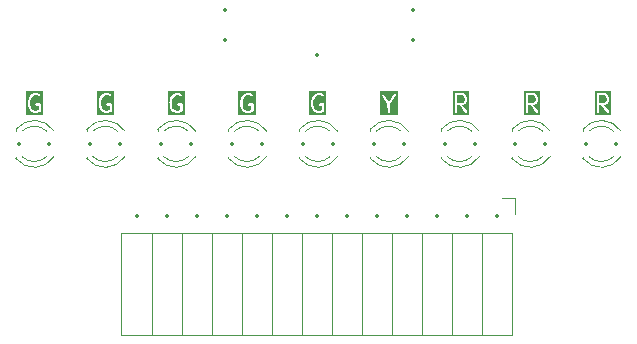
<source format=gto>
%TF.GenerationSoftware,KiCad,Pcbnew,8.0.1*%
%TF.CreationDate,2024-06-15T14:56:54+02:00*%
%TF.ProjectId,BMW E30 VFL SI Indicator V2,424d5720-4533-4302-9056-464c20534920,rev?*%
%TF.SameCoordinates,Original*%
%TF.FileFunction,Legend,Top*%
%TF.FilePolarity,Positive*%
%FSLAX46Y46*%
G04 Gerber Fmt 4.6, Leading zero omitted, Abs format (unit mm)*
G04 Created by KiCad (PCBNEW 8.0.1) date 2024-06-15 14:56:54*
%MOMM*%
%LPD*%
G01*
G04 APERTURE LIST*
%ADD10C,0.187500*%
%ADD11C,0.120000*%
%ADD12C,0.350000*%
G04 APERTURE END LIST*
D10*
G36*
X168761542Y-81452209D02*
G01*
X168812665Y-81501811D01*
X168869040Y-81611764D01*
X168870358Y-81782044D01*
X168817107Y-81891296D01*
X168767506Y-81942417D01*
X168657731Y-81998700D01*
X168464165Y-81999291D01*
X168460608Y-81998664D01*
X168457684Y-81999311D01*
X168198290Y-82000103D01*
X168197578Y-81400146D01*
X168651882Y-81398759D01*
X168761542Y-81452209D01*
G37*
G36*
X169223057Y-83067073D02*
G01*
X167845080Y-83067073D01*
X167845080Y-81306678D01*
X168011747Y-81306678D01*
X168013548Y-82824968D01*
X168027547Y-82858763D01*
X168053412Y-82884628D01*
X168087207Y-82898627D01*
X168123787Y-82898627D01*
X168157582Y-82884628D01*
X168183447Y-82858763D01*
X168197446Y-82824968D01*
X168199247Y-82806678D01*
X168198510Y-82185857D01*
X168413288Y-82185202D01*
X168897801Y-82874391D01*
X168928650Y-82894049D01*
X168964672Y-82900406D01*
X169000385Y-82892494D01*
X169030353Y-82871517D01*
X169050011Y-82840668D01*
X169056368Y-82804646D01*
X169048456Y-82768932D01*
X169039443Y-82752916D01*
X168639843Y-82184510D01*
X168662306Y-82184441D01*
X168665200Y-82185406D01*
X168679511Y-82184388D01*
X168695216Y-82184341D01*
X168698328Y-82183051D01*
X168701688Y-82182813D01*
X168718852Y-82176245D01*
X168860469Y-82103635D01*
X168871868Y-82098915D01*
X168875513Y-82095923D01*
X168877263Y-82095026D01*
X168878885Y-82093154D01*
X168886074Y-82087255D01*
X168956785Y-82014376D01*
X168965274Y-82007015D01*
X168967759Y-82003066D01*
X168969163Y-82001620D01*
X168970111Y-81999330D01*
X168975065Y-81991461D01*
X169038937Y-81860415D01*
X169040590Y-81858763D01*
X169045384Y-81847188D01*
X169053061Y-81831439D01*
X169053299Y-81828080D01*
X169054589Y-81824968D01*
X169056390Y-81806678D01*
X169054840Y-81606559D01*
X169055654Y-81604118D01*
X169054719Y-81590970D01*
X169054589Y-81574102D01*
X169053299Y-81570989D01*
X169053061Y-81567631D01*
X169046493Y-81550466D01*
X168973879Y-81408839D01*
X168969162Y-81397450D01*
X168966172Y-81393806D01*
X168965274Y-81392055D01*
X168963402Y-81390432D01*
X168957503Y-81383243D01*
X168884626Y-81312535D01*
X168877263Y-81304045D01*
X168873311Y-81301557D01*
X168871867Y-81300156D01*
X168869580Y-81299208D01*
X168861709Y-81294254D01*
X168730662Y-81230379D01*
X168729011Y-81228728D01*
X168717441Y-81223935D01*
X168701688Y-81216257D01*
X168698328Y-81216018D01*
X168695216Y-81214729D01*
X168676926Y-81212928D01*
X168087207Y-81214729D01*
X168053412Y-81228728D01*
X168027547Y-81254593D01*
X168013548Y-81288388D01*
X168011747Y-81306678D01*
X167845080Y-81306678D01*
X167845080Y-81046261D01*
X169223057Y-81046261D01*
X169223057Y-83067073D01*
G37*
G36*
X133123057Y-83067095D02*
G01*
X131673652Y-83067095D01*
X131673652Y-81949535D01*
X131840319Y-81949535D01*
X131841935Y-82158257D01*
X131840429Y-82168378D01*
X131842101Y-82179684D01*
X131842120Y-82182111D01*
X131842649Y-82183388D01*
X131843118Y-82186559D01*
X131914408Y-82464901D01*
X131915076Y-82474297D01*
X131920332Y-82488033D01*
X131920729Y-82489580D01*
X131921133Y-82490126D01*
X131921645Y-82491462D01*
X131994254Y-82633079D01*
X131998975Y-82644477D01*
X132001966Y-82648122D01*
X132002864Y-82649872D01*
X132004734Y-82651494D01*
X132010635Y-82658683D01*
X132144590Y-82790467D01*
X132145721Y-82792729D01*
X132155586Y-82801285D01*
X132167698Y-82813201D01*
X132170810Y-82814490D01*
X132173355Y-82816697D01*
X132190137Y-82824189D01*
X132403771Y-82893653D01*
X132415779Y-82898627D01*
X132420497Y-82899091D01*
X132422344Y-82899692D01*
X132424812Y-82899516D01*
X132434069Y-82900428D01*
X132576593Y-82898835D01*
X132588651Y-82899692D01*
X132593237Y-82898649D01*
X132595216Y-82898627D01*
X132597505Y-82897678D01*
X132606572Y-82895617D01*
X132806891Y-82827199D01*
X132809502Y-82827199D01*
X132821768Y-82822117D01*
X132837640Y-82816697D01*
X132840186Y-82814488D01*
X132843297Y-82813200D01*
X132857504Y-82801541D01*
X132940591Y-82715905D01*
X132954589Y-82682110D01*
X132956390Y-82663821D01*
X132954589Y-82145531D01*
X132940590Y-82111736D01*
X132914725Y-82085871D01*
X132880930Y-82071872D01*
X132862640Y-82070071D01*
X132558636Y-82071872D01*
X132524841Y-82085871D01*
X132498976Y-82111736D01*
X132484977Y-82145531D01*
X132484977Y-82182111D01*
X132498976Y-82215906D01*
X132524841Y-82241771D01*
X132558636Y-82255770D01*
X132576926Y-82257571D01*
X132769211Y-82256431D01*
X132770489Y-82624181D01*
X132742800Y-82652720D01*
X132566167Y-82713048D01*
X132453172Y-82714311D01*
X132272438Y-82655544D01*
X132155841Y-82540836D01*
X132095525Y-82423197D01*
X132027779Y-82158689D01*
X132026295Y-81967044D01*
X132090697Y-81702981D01*
X132150922Y-81579422D01*
X132267574Y-81460848D01*
X132444717Y-81400345D01*
X132623721Y-81398959D01*
X132766450Y-81468528D01*
X132802937Y-81471121D01*
X132837639Y-81459554D01*
X132865274Y-81435587D01*
X132881633Y-81402869D01*
X132884226Y-81366381D01*
X132872658Y-81331680D01*
X132848692Y-81304045D01*
X132833138Y-81294254D01*
X132702091Y-81230379D01*
X132700440Y-81228728D01*
X132688870Y-81223935D01*
X132673117Y-81216257D01*
X132669757Y-81216018D01*
X132666645Y-81214729D01*
X132648355Y-81212928D01*
X132435211Y-81214578D01*
X132422343Y-81213664D01*
X132417725Y-81214713D01*
X132415779Y-81214729D01*
X132413490Y-81215676D01*
X132404422Y-81217739D01*
X132204100Y-81286159D01*
X132201493Y-81286159D01*
X132189231Y-81291237D01*
X132173355Y-81296660D01*
X132170810Y-81298866D01*
X132167698Y-81300156D01*
X132153492Y-81311816D01*
X132012525Y-81455105D01*
X132002864Y-81463484D01*
X132000343Y-81467487D01*
X131998975Y-81468879D01*
X131998026Y-81471168D01*
X131993073Y-81479038D01*
X131925977Y-81616692D01*
X131920729Y-81623776D01*
X131915800Y-81637573D01*
X131915076Y-81639059D01*
X131915027Y-81639734D01*
X131914546Y-81641084D01*
X131846152Y-81921509D01*
X131842120Y-81931245D01*
X131840997Y-81942648D01*
X131840429Y-81944978D01*
X131840632Y-81946347D01*
X131840319Y-81949535D01*
X131673652Y-81949535D01*
X131673652Y-81046261D01*
X133123057Y-81046261D01*
X133123057Y-83067095D01*
G37*
G36*
X145123057Y-83067095D02*
G01*
X143673652Y-83067095D01*
X143673652Y-81949535D01*
X143840319Y-81949535D01*
X143841935Y-82158257D01*
X143840429Y-82168378D01*
X143842101Y-82179684D01*
X143842120Y-82182111D01*
X143842649Y-82183388D01*
X143843118Y-82186559D01*
X143914408Y-82464901D01*
X143915076Y-82474297D01*
X143920332Y-82488033D01*
X143920729Y-82489580D01*
X143921133Y-82490126D01*
X143921645Y-82491462D01*
X143994254Y-82633079D01*
X143998975Y-82644477D01*
X144001966Y-82648122D01*
X144002864Y-82649872D01*
X144004734Y-82651494D01*
X144010635Y-82658683D01*
X144144590Y-82790467D01*
X144145721Y-82792729D01*
X144155586Y-82801285D01*
X144167698Y-82813201D01*
X144170810Y-82814490D01*
X144173355Y-82816697D01*
X144190137Y-82824189D01*
X144403771Y-82893653D01*
X144415779Y-82898627D01*
X144420497Y-82899091D01*
X144422344Y-82899692D01*
X144424812Y-82899516D01*
X144434069Y-82900428D01*
X144576593Y-82898835D01*
X144588651Y-82899692D01*
X144593237Y-82898649D01*
X144595216Y-82898627D01*
X144597505Y-82897678D01*
X144606572Y-82895617D01*
X144806891Y-82827199D01*
X144809502Y-82827199D01*
X144821768Y-82822117D01*
X144837640Y-82816697D01*
X144840186Y-82814488D01*
X144843297Y-82813200D01*
X144857504Y-82801541D01*
X144940591Y-82715905D01*
X144954589Y-82682110D01*
X144956390Y-82663821D01*
X144954589Y-82145531D01*
X144940590Y-82111736D01*
X144914725Y-82085871D01*
X144880930Y-82071872D01*
X144862640Y-82070071D01*
X144558636Y-82071872D01*
X144524841Y-82085871D01*
X144498976Y-82111736D01*
X144484977Y-82145531D01*
X144484977Y-82182111D01*
X144498976Y-82215906D01*
X144524841Y-82241771D01*
X144558636Y-82255770D01*
X144576926Y-82257571D01*
X144769211Y-82256431D01*
X144770489Y-82624181D01*
X144742800Y-82652720D01*
X144566167Y-82713048D01*
X144453172Y-82714311D01*
X144272438Y-82655544D01*
X144155841Y-82540836D01*
X144095525Y-82423197D01*
X144027779Y-82158689D01*
X144026295Y-81967044D01*
X144090697Y-81702981D01*
X144150922Y-81579422D01*
X144267574Y-81460848D01*
X144444717Y-81400345D01*
X144623721Y-81398959D01*
X144766450Y-81468528D01*
X144802937Y-81471121D01*
X144837639Y-81459554D01*
X144865274Y-81435587D01*
X144881633Y-81402869D01*
X144884226Y-81366381D01*
X144872658Y-81331680D01*
X144848692Y-81304045D01*
X144833138Y-81294254D01*
X144702091Y-81230379D01*
X144700440Y-81228728D01*
X144688870Y-81223935D01*
X144673117Y-81216257D01*
X144669757Y-81216018D01*
X144666645Y-81214729D01*
X144648355Y-81212928D01*
X144435211Y-81214578D01*
X144422343Y-81213664D01*
X144417725Y-81214713D01*
X144415779Y-81214729D01*
X144413490Y-81215676D01*
X144404422Y-81217739D01*
X144204100Y-81286159D01*
X144201493Y-81286159D01*
X144189231Y-81291237D01*
X144173355Y-81296660D01*
X144170810Y-81298866D01*
X144167698Y-81300156D01*
X144153492Y-81311816D01*
X144012525Y-81455105D01*
X144002864Y-81463484D01*
X144000343Y-81467487D01*
X143998975Y-81468879D01*
X143998026Y-81471168D01*
X143993073Y-81479038D01*
X143925977Y-81616692D01*
X143920729Y-81623776D01*
X143915800Y-81637573D01*
X143915076Y-81639059D01*
X143915027Y-81639734D01*
X143914546Y-81641084D01*
X143846152Y-81921509D01*
X143842120Y-81931245D01*
X143840997Y-81942648D01*
X143840429Y-81944978D01*
X143840632Y-81946347D01*
X143840319Y-81949535D01*
X143673652Y-81949535D01*
X143673652Y-81046261D01*
X145123057Y-81046261D01*
X145123057Y-83067095D01*
G37*
G36*
X139123057Y-83067095D02*
G01*
X137673652Y-83067095D01*
X137673652Y-81949535D01*
X137840319Y-81949535D01*
X137841935Y-82158257D01*
X137840429Y-82168378D01*
X137842101Y-82179684D01*
X137842120Y-82182111D01*
X137842649Y-82183388D01*
X137843118Y-82186559D01*
X137914408Y-82464901D01*
X137915076Y-82474297D01*
X137920332Y-82488033D01*
X137920729Y-82489580D01*
X137921133Y-82490126D01*
X137921645Y-82491462D01*
X137994254Y-82633079D01*
X137998975Y-82644477D01*
X138001966Y-82648122D01*
X138002864Y-82649872D01*
X138004734Y-82651494D01*
X138010635Y-82658683D01*
X138144590Y-82790467D01*
X138145721Y-82792729D01*
X138155586Y-82801285D01*
X138167698Y-82813201D01*
X138170810Y-82814490D01*
X138173355Y-82816697D01*
X138190137Y-82824189D01*
X138403771Y-82893653D01*
X138415779Y-82898627D01*
X138420497Y-82899091D01*
X138422344Y-82899692D01*
X138424812Y-82899516D01*
X138434069Y-82900428D01*
X138576593Y-82898835D01*
X138588651Y-82899692D01*
X138593237Y-82898649D01*
X138595216Y-82898627D01*
X138597505Y-82897678D01*
X138606572Y-82895617D01*
X138806891Y-82827199D01*
X138809502Y-82827199D01*
X138821768Y-82822117D01*
X138837640Y-82816697D01*
X138840186Y-82814488D01*
X138843297Y-82813200D01*
X138857504Y-82801541D01*
X138940591Y-82715905D01*
X138954589Y-82682110D01*
X138956390Y-82663821D01*
X138954589Y-82145531D01*
X138940590Y-82111736D01*
X138914725Y-82085871D01*
X138880930Y-82071872D01*
X138862640Y-82070071D01*
X138558636Y-82071872D01*
X138524841Y-82085871D01*
X138498976Y-82111736D01*
X138484977Y-82145531D01*
X138484977Y-82182111D01*
X138498976Y-82215906D01*
X138524841Y-82241771D01*
X138558636Y-82255770D01*
X138576926Y-82257571D01*
X138769211Y-82256431D01*
X138770489Y-82624181D01*
X138742800Y-82652720D01*
X138566167Y-82713048D01*
X138453172Y-82714311D01*
X138272438Y-82655544D01*
X138155841Y-82540836D01*
X138095525Y-82423197D01*
X138027779Y-82158689D01*
X138026295Y-81967044D01*
X138090697Y-81702981D01*
X138150922Y-81579422D01*
X138267574Y-81460848D01*
X138444717Y-81400345D01*
X138623721Y-81398959D01*
X138766450Y-81468528D01*
X138802937Y-81471121D01*
X138837639Y-81459554D01*
X138865274Y-81435587D01*
X138881633Y-81402869D01*
X138884226Y-81366381D01*
X138872658Y-81331680D01*
X138848692Y-81304045D01*
X138833138Y-81294254D01*
X138702091Y-81230379D01*
X138700440Y-81228728D01*
X138688870Y-81223935D01*
X138673117Y-81216257D01*
X138669757Y-81216018D01*
X138666645Y-81214729D01*
X138648355Y-81212928D01*
X138435211Y-81214578D01*
X138422343Y-81213664D01*
X138417725Y-81214713D01*
X138415779Y-81214729D01*
X138413490Y-81215676D01*
X138404422Y-81217739D01*
X138204100Y-81286159D01*
X138201493Y-81286159D01*
X138189231Y-81291237D01*
X138173355Y-81296660D01*
X138170810Y-81298866D01*
X138167698Y-81300156D01*
X138153492Y-81311816D01*
X138012525Y-81455105D01*
X138002864Y-81463484D01*
X138000343Y-81467487D01*
X137998975Y-81468879D01*
X137998026Y-81471168D01*
X137993073Y-81479038D01*
X137925977Y-81616692D01*
X137920729Y-81623776D01*
X137915800Y-81637573D01*
X137915076Y-81639059D01*
X137915027Y-81639734D01*
X137914546Y-81641084D01*
X137846152Y-81921509D01*
X137842120Y-81931245D01*
X137840997Y-81942648D01*
X137840429Y-81944978D01*
X137840632Y-81946347D01*
X137840319Y-81949535D01*
X137673652Y-81949535D01*
X137673652Y-81046261D01*
X139123057Y-81046261D01*
X139123057Y-83067095D01*
G37*
G36*
X151123057Y-83067095D02*
G01*
X149673652Y-83067095D01*
X149673652Y-81949535D01*
X149840319Y-81949535D01*
X149841935Y-82158257D01*
X149840429Y-82168378D01*
X149842101Y-82179684D01*
X149842120Y-82182111D01*
X149842649Y-82183388D01*
X149843118Y-82186559D01*
X149914408Y-82464901D01*
X149915076Y-82474297D01*
X149920332Y-82488033D01*
X149920729Y-82489580D01*
X149921133Y-82490126D01*
X149921645Y-82491462D01*
X149994254Y-82633079D01*
X149998975Y-82644477D01*
X150001966Y-82648122D01*
X150002864Y-82649872D01*
X150004734Y-82651494D01*
X150010635Y-82658683D01*
X150144590Y-82790467D01*
X150145721Y-82792729D01*
X150155586Y-82801285D01*
X150167698Y-82813201D01*
X150170810Y-82814490D01*
X150173355Y-82816697D01*
X150190137Y-82824189D01*
X150403771Y-82893653D01*
X150415779Y-82898627D01*
X150420497Y-82899091D01*
X150422344Y-82899692D01*
X150424812Y-82899516D01*
X150434069Y-82900428D01*
X150576593Y-82898835D01*
X150588651Y-82899692D01*
X150593237Y-82898649D01*
X150595216Y-82898627D01*
X150597505Y-82897678D01*
X150606572Y-82895617D01*
X150806891Y-82827199D01*
X150809502Y-82827199D01*
X150821768Y-82822117D01*
X150837640Y-82816697D01*
X150840186Y-82814488D01*
X150843297Y-82813200D01*
X150857504Y-82801541D01*
X150940591Y-82715905D01*
X150954589Y-82682110D01*
X150956390Y-82663821D01*
X150954589Y-82145531D01*
X150940590Y-82111736D01*
X150914725Y-82085871D01*
X150880930Y-82071872D01*
X150862640Y-82070071D01*
X150558636Y-82071872D01*
X150524841Y-82085871D01*
X150498976Y-82111736D01*
X150484977Y-82145531D01*
X150484977Y-82182111D01*
X150498976Y-82215906D01*
X150524841Y-82241771D01*
X150558636Y-82255770D01*
X150576926Y-82257571D01*
X150769211Y-82256431D01*
X150770489Y-82624181D01*
X150742800Y-82652720D01*
X150566167Y-82713048D01*
X150453172Y-82714311D01*
X150272438Y-82655544D01*
X150155841Y-82540836D01*
X150095525Y-82423197D01*
X150027779Y-82158689D01*
X150026295Y-81967044D01*
X150090697Y-81702981D01*
X150150922Y-81579422D01*
X150267574Y-81460848D01*
X150444717Y-81400345D01*
X150623721Y-81398959D01*
X150766450Y-81468528D01*
X150802937Y-81471121D01*
X150837639Y-81459554D01*
X150865274Y-81435587D01*
X150881633Y-81402869D01*
X150884226Y-81366381D01*
X150872658Y-81331680D01*
X150848692Y-81304045D01*
X150833138Y-81294254D01*
X150702091Y-81230379D01*
X150700440Y-81228728D01*
X150688870Y-81223935D01*
X150673117Y-81216257D01*
X150669757Y-81216018D01*
X150666645Y-81214729D01*
X150648355Y-81212928D01*
X150435211Y-81214578D01*
X150422343Y-81213664D01*
X150417725Y-81214713D01*
X150415779Y-81214729D01*
X150413490Y-81215676D01*
X150404422Y-81217739D01*
X150204100Y-81286159D01*
X150201493Y-81286159D01*
X150189231Y-81291237D01*
X150173355Y-81296660D01*
X150170810Y-81298866D01*
X150167698Y-81300156D01*
X150153492Y-81311816D01*
X150012525Y-81455105D01*
X150002864Y-81463484D01*
X150000343Y-81467487D01*
X149998975Y-81468879D01*
X149998026Y-81471168D01*
X149993073Y-81479038D01*
X149925977Y-81616692D01*
X149920729Y-81623776D01*
X149915800Y-81637573D01*
X149915076Y-81639059D01*
X149915027Y-81639734D01*
X149914546Y-81641084D01*
X149846152Y-81921509D01*
X149842120Y-81931245D01*
X149840997Y-81942648D01*
X149840429Y-81944978D01*
X149840632Y-81946347D01*
X149840319Y-81949535D01*
X149673652Y-81949535D01*
X149673652Y-81046261D01*
X151123057Y-81046261D01*
X151123057Y-83067095D01*
G37*
G36*
X157151605Y-83065294D02*
G01*
X155630818Y-83065294D01*
X155630818Y-81304585D01*
X155797485Y-81304585D01*
X155803819Y-81340613D01*
X155812119Y-81357010D01*
X156297521Y-82116601D01*
X156299263Y-82824968D01*
X156313262Y-82858763D01*
X156339127Y-82884628D01*
X156372922Y-82898627D01*
X156409502Y-82898627D01*
X156443297Y-82884628D01*
X156469162Y-82858763D01*
X156483161Y-82824968D01*
X156484962Y-82806678D01*
X156483279Y-82122250D01*
X156978605Y-81340613D01*
X156984938Y-81304586D01*
X156977003Y-81268878D01*
X156956008Y-81238924D01*
X156925146Y-81219285D01*
X156889119Y-81212952D01*
X156853412Y-81220887D01*
X156823457Y-81241883D01*
X156812119Y-81256346D01*
X156391930Y-81919414D01*
X155958966Y-81241882D01*
X155929012Y-81220886D01*
X155893305Y-81212951D01*
X155857277Y-81219285D01*
X155826416Y-81238924D01*
X155805420Y-81268878D01*
X155797485Y-81304585D01*
X155630818Y-81304585D01*
X155630818Y-81046284D01*
X157151605Y-81046284D01*
X157151605Y-83065294D01*
G37*
G36*
X174761542Y-81452209D02*
G01*
X174812665Y-81501811D01*
X174869040Y-81611764D01*
X174870358Y-81782044D01*
X174817107Y-81891296D01*
X174767506Y-81942417D01*
X174657731Y-81998700D01*
X174464165Y-81999291D01*
X174460608Y-81998664D01*
X174457684Y-81999311D01*
X174198290Y-82000103D01*
X174197578Y-81400146D01*
X174651882Y-81398759D01*
X174761542Y-81452209D01*
G37*
G36*
X175223057Y-83067073D02*
G01*
X173845080Y-83067073D01*
X173845080Y-81306678D01*
X174011747Y-81306678D01*
X174013548Y-82824968D01*
X174027547Y-82858763D01*
X174053412Y-82884628D01*
X174087207Y-82898627D01*
X174123787Y-82898627D01*
X174157582Y-82884628D01*
X174183447Y-82858763D01*
X174197446Y-82824968D01*
X174199247Y-82806678D01*
X174198510Y-82185857D01*
X174413288Y-82185202D01*
X174897801Y-82874391D01*
X174928650Y-82894049D01*
X174964672Y-82900406D01*
X175000385Y-82892494D01*
X175030353Y-82871517D01*
X175050011Y-82840668D01*
X175056368Y-82804646D01*
X175048456Y-82768932D01*
X175039443Y-82752916D01*
X174639843Y-82184510D01*
X174662306Y-82184441D01*
X174665200Y-82185406D01*
X174679511Y-82184388D01*
X174695216Y-82184341D01*
X174698328Y-82183051D01*
X174701688Y-82182813D01*
X174718852Y-82176245D01*
X174860469Y-82103635D01*
X174871868Y-82098915D01*
X174875513Y-82095923D01*
X174877263Y-82095026D01*
X174878885Y-82093154D01*
X174886074Y-82087255D01*
X174956785Y-82014376D01*
X174965274Y-82007015D01*
X174967759Y-82003066D01*
X174969163Y-82001620D01*
X174970111Y-81999330D01*
X174975065Y-81991461D01*
X175038937Y-81860415D01*
X175040590Y-81858763D01*
X175045384Y-81847188D01*
X175053061Y-81831439D01*
X175053299Y-81828080D01*
X175054589Y-81824968D01*
X175056390Y-81806678D01*
X175054840Y-81606559D01*
X175055654Y-81604118D01*
X175054719Y-81590970D01*
X175054589Y-81574102D01*
X175053299Y-81570989D01*
X175053061Y-81567631D01*
X175046493Y-81550466D01*
X174973879Y-81408839D01*
X174969162Y-81397450D01*
X174966172Y-81393806D01*
X174965274Y-81392055D01*
X174963402Y-81390432D01*
X174957503Y-81383243D01*
X174884626Y-81312535D01*
X174877263Y-81304045D01*
X174873311Y-81301557D01*
X174871867Y-81300156D01*
X174869580Y-81299208D01*
X174861709Y-81294254D01*
X174730662Y-81230379D01*
X174729011Y-81228728D01*
X174717441Y-81223935D01*
X174701688Y-81216257D01*
X174698328Y-81216018D01*
X174695216Y-81214729D01*
X174676926Y-81212928D01*
X174087207Y-81214729D01*
X174053412Y-81228728D01*
X174027547Y-81254593D01*
X174013548Y-81288388D01*
X174011747Y-81306678D01*
X173845080Y-81306678D01*
X173845080Y-81046261D01*
X175223057Y-81046261D01*
X175223057Y-83067073D01*
G37*
G36*
X127123057Y-83067095D02*
G01*
X125673652Y-83067095D01*
X125673652Y-81949535D01*
X125840319Y-81949535D01*
X125841935Y-82158257D01*
X125840429Y-82168378D01*
X125842101Y-82179684D01*
X125842120Y-82182111D01*
X125842649Y-82183388D01*
X125843118Y-82186559D01*
X125914408Y-82464901D01*
X125915076Y-82474297D01*
X125920332Y-82488033D01*
X125920729Y-82489580D01*
X125921133Y-82490126D01*
X125921645Y-82491462D01*
X125994254Y-82633079D01*
X125998975Y-82644477D01*
X126001966Y-82648122D01*
X126002864Y-82649872D01*
X126004734Y-82651494D01*
X126010635Y-82658683D01*
X126144590Y-82790467D01*
X126145721Y-82792729D01*
X126155586Y-82801285D01*
X126167698Y-82813201D01*
X126170810Y-82814490D01*
X126173355Y-82816697D01*
X126190137Y-82824189D01*
X126403771Y-82893653D01*
X126415779Y-82898627D01*
X126420497Y-82899091D01*
X126422344Y-82899692D01*
X126424812Y-82899516D01*
X126434069Y-82900428D01*
X126576593Y-82898835D01*
X126588651Y-82899692D01*
X126593237Y-82898649D01*
X126595216Y-82898627D01*
X126597505Y-82897678D01*
X126606572Y-82895617D01*
X126806891Y-82827199D01*
X126809502Y-82827199D01*
X126821768Y-82822117D01*
X126837640Y-82816697D01*
X126840186Y-82814488D01*
X126843297Y-82813200D01*
X126857504Y-82801541D01*
X126940591Y-82715905D01*
X126954589Y-82682110D01*
X126956390Y-82663821D01*
X126954589Y-82145531D01*
X126940590Y-82111736D01*
X126914725Y-82085871D01*
X126880930Y-82071872D01*
X126862640Y-82070071D01*
X126558636Y-82071872D01*
X126524841Y-82085871D01*
X126498976Y-82111736D01*
X126484977Y-82145531D01*
X126484977Y-82182111D01*
X126498976Y-82215906D01*
X126524841Y-82241771D01*
X126558636Y-82255770D01*
X126576926Y-82257571D01*
X126769211Y-82256431D01*
X126770489Y-82624181D01*
X126742800Y-82652720D01*
X126566167Y-82713048D01*
X126453172Y-82714311D01*
X126272438Y-82655544D01*
X126155841Y-82540836D01*
X126095525Y-82423197D01*
X126027779Y-82158689D01*
X126026295Y-81967044D01*
X126090697Y-81702981D01*
X126150922Y-81579422D01*
X126267574Y-81460848D01*
X126444717Y-81400345D01*
X126623721Y-81398959D01*
X126766450Y-81468528D01*
X126802937Y-81471121D01*
X126837639Y-81459554D01*
X126865274Y-81435587D01*
X126881633Y-81402869D01*
X126884226Y-81366381D01*
X126872658Y-81331680D01*
X126848692Y-81304045D01*
X126833138Y-81294254D01*
X126702091Y-81230379D01*
X126700440Y-81228728D01*
X126688870Y-81223935D01*
X126673117Y-81216257D01*
X126669757Y-81216018D01*
X126666645Y-81214729D01*
X126648355Y-81212928D01*
X126435211Y-81214578D01*
X126422343Y-81213664D01*
X126417725Y-81214713D01*
X126415779Y-81214729D01*
X126413490Y-81215676D01*
X126404422Y-81217739D01*
X126204100Y-81286159D01*
X126201493Y-81286159D01*
X126189231Y-81291237D01*
X126173355Y-81296660D01*
X126170810Y-81298866D01*
X126167698Y-81300156D01*
X126153492Y-81311816D01*
X126012525Y-81455105D01*
X126002864Y-81463484D01*
X126000343Y-81467487D01*
X125998975Y-81468879D01*
X125998026Y-81471168D01*
X125993073Y-81479038D01*
X125925977Y-81616692D01*
X125920729Y-81623776D01*
X125915800Y-81637573D01*
X125915076Y-81639059D01*
X125915027Y-81639734D01*
X125914546Y-81641084D01*
X125846152Y-81921509D01*
X125842120Y-81931245D01*
X125840997Y-81942648D01*
X125840429Y-81944978D01*
X125840632Y-81946347D01*
X125840319Y-81949535D01*
X125673652Y-81949535D01*
X125673652Y-81046261D01*
X127123057Y-81046261D01*
X127123057Y-83067095D01*
G37*
G36*
X162761542Y-81452209D02*
G01*
X162812665Y-81501811D01*
X162869040Y-81611764D01*
X162870358Y-81782044D01*
X162817107Y-81891296D01*
X162767506Y-81942417D01*
X162657731Y-81998700D01*
X162464165Y-81999291D01*
X162460608Y-81998664D01*
X162457684Y-81999311D01*
X162198290Y-82000103D01*
X162197578Y-81400146D01*
X162651882Y-81398759D01*
X162761542Y-81452209D01*
G37*
G36*
X163223057Y-83067073D02*
G01*
X161845080Y-83067073D01*
X161845080Y-81306678D01*
X162011747Y-81306678D01*
X162013548Y-82824968D01*
X162027547Y-82858763D01*
X162053412Y-82884628D01*
X162087207Y-82898627D01*
X162123787Y-82898627D01*
X162157582Y-82884628D01*
X162183447Y-82858763D01*
X162197446Y-82824968D01*
X162199247Y-82806678D01*
X162198510Y-82185857D01*
X162413288Y-82185202D01*
X162897801Y-82874391D01*
X162928650Y-82894049D01*
X162964672Y-82900406D01*
X163000385Y-82892494D01*
X163030353Y-82871517D01*
X163050011Y-82840668D01*
X163056368Y-82804646D01*
X163048456Y-82768932D01*
X163039443Y-82752916D01*
X162639843Y-82184510D01*
X162662306Y-82184441D01*
X162665200Y-82185406D01*
X162679511Y-82184388D01*
X162695216Y-82184341D01*
X162698328Y-82183051D01*
X162701688Y-82182813D01*
X162718852Y-82176245D01*
X162860469Y-82103635D01*
X162871868Y-82098915D01*
X162875513Y-82095923D01*
X162877263Y-82095026D01*
X162878885Y-82093154D01*
X162886074Y-82087255D01*
X162956785Y-82014376D01*
X162965274Y-82007015D01*
X162967759Y-82003066D01*
X162969163Y-82001620D01*
X162970111Y-81999330D01*
X162975065Y-81991461D01*
X163038937Y-81860415D01*
X163040590Y-81858763D01*
X163045384Y-81847188D01*
X163053061Y-81831439D01*
X163053299Y-81828080D01*
X163054589Y-81824968D01*
X163056390Y-81806678D01*
X163054840Y-81606559D01*
X163055654Y-81604118D01*
X163054719Y-81590970D01*
X163054589Y-81574102D01*
X163053299Y-81570989D01*
X163053061Y-81567631D01*
X163046493Y-81550466D01*
X162973879Y-81408839D01*
X162969162Y-81397450D01*
X162966172Y-81393806D01*
X162965274Y-81392055D01*
X162963402Y-81390432D01*
X162957503Y-81383243D01*
X162884626Y-81312535D01*
X162877263Y-81304045D01*
X162873311Y-81301557D01*
X162871867Y-81300156D01*
X162869580Y-81299208D01*
X162861709Y-81294254D01*
X162730662Y-81230379D01*
X162729011Y-81228728D01*
X162717441Y-81223935D01*
X162701688Y-81216257D01*
X162698328Y-81216018D01*
X162695216Y-81214729D01*
X162676926Y-81212928D01*
X162087207Y-81214729D01*
X162053412Y-81228728D01*
X162027547Y-81254593D01*
X162013548Y-81288388D01*
X162011747Y-81306678D01*
X161845080Y-81306678D01*
X161845080Y-81046261D01*
X163223057Y-81046261D01*
X163223057Y-83067073D01*
G37*
D11*
%TO.C,D9*%
X124835000Y-86580000D02*
X124835000Y-86736000D01*
X124835000Y-84264000D02*
X124835000Y-84420000D01*
X128067334Y-86578608D02*
G75*
G02*
X124835001Y-86735515I-1672334J1078608D01*
G01*
X127436129Y-86579836D02*
G75*
G02*
X125354040Y-86579999I-1041129J1079836D01*
G01*
X125354040Y-84420001D02*
G75*
G02*
X127436129Y-84420164I1040960J-1079999D01*
G01*
X124835001Y-84264485D02*
G75*
G02*
X128067334Y-84421392I1559999J-1235515D01*
G01*
%TO.C,D8*%
X130835000Y-86580000D02*
X130835000Y-86736000D01*
X130835000Y-84264000D02*
X130835000Y-84420000D01*
X134067334Y-86578608D02*
G75*
G02*
X130835001Y-86735515I-1672334J1078608D01*
G01*
X133436129Y-86579836D02*
G75*
G02*
X131354040Y-86579999I-1041129J1079836D01*
G01*
X131354040Y-84420001D02*
G75*
G02*
X133436129Y-84420164I1040960J-1079999D01*
G01*
X130835001Y-84264485D02*
G75*
G02*
X134067334Y-84421392I1559999J-1235515D01*
G01*
%TO.C,D5*%
X148835000Y-86580000D02*
X148835000Y-86736000D01*
X148835000Y-84264000D02*
X148835000Y-84420000D01*
X152067334Y-86578608D02*
G75*
G02*
X148835001Y-86735515I-1672334J1078608D01*
G01*
X151436129Y-86579836D02*
G75*
G02*
X149354040Y-86579999I-1041129J1079836D01*
G01*
X149354040Y-84420001D02*
G75*
G02*
X151436129Y-84420164I1040960J-1079999D01*
G01*
X148835001Y-84264485D02*
G75*
G02*
X152067334Y-84421392I1559999J-1235515D01*
G01*
%TO.C,D7*%
X136835000Y-86580000D02*
X136835000Y-86736000D01*
X136835000Y-84264000D02*
X136835000Y-84420000D01*
X140067334Y-86578608D02*
G75*
G02*
X136835001Y-86735515I-1672334J1078608D01*
G01*
X139436129Y-86579836D02*
G75*
G02*
X137354040Y-86579999I-1041129J1079836D01*
G01*
X137354040Y-84420001D02*
G75*
G02*
X139436129Y-84420164I1040960J-1079999D01*
G01*
X136835001Y-84264485D02*
G75*
G02*
X140067334Y-84421392I1559999J-1235515D01*
G01*
%TO.C,D1*%
X172835000Y-86580000D02*
X172835000Y-86736000D01*
X172835000Y-84264000D02*
X172835000Y-84420000D01*
X176067334Y-86578608D02*
G75*
G02*
X172835001Y-86735515I-1672334J1078608D01*
G01*
X175436129Y-86579836D02*
G75*
G02*
X173354040Y-86579999I-1041129J1079836D01*
G01*
X173354040Y-84420001D02*
G75*
G02*
X175436129Y-84420164I1040960J-1079999D01*
G01*
X172835001Y-84264485D02*
G75*
G02*
X176067334Y-84421392I1559999J-1235515D01*
G01*
%TO.C,D6*%
X142835000Y-86580000D02*
X142835000Y-86736000D01*
X142835000Y-84264000D02*
X142835000Y-84420000D01*
X146067334Y-86578608D02*
G75*
G02*
X142835001Y-86735515I-1672334J1078608D01*
G01*
X145436129Y-86579836D02*
G75*
G02*
X143354040Y-86579999I-1041129J1079836D01*
G01*
X143354040Y-84420001D02*
G75*
G02*
X145436129Y-84420164I1040960J-1079999D01*
G01*
X142835001Y-84264485D02*
G75*
G02*
X146067334Y-84421392I1559999J-1235515D01*
G01*
%TO.C,D2*%
X166835000Y-86580000D02*
X166835000Y-86736000D01*
X166835000Y-84264000D02*
X166835000Y-84420000D01*
X170067334Y-86578608D02*
G75*
G02*
X166835001Y-86735515I-1672334J1078608D01*
G01*
X169436129Y-86579836D02*
G75*
G02*
X167354040Y-86579999I-1041129J1079836D01*
G01*
X167354040Y-84420001D02*
G75*
G02*
X169436129Y-84420164I1040960J-1079999D01*
G01*
X166835001Y-84264485D02*
G75*
G02*
X170067334Y-84421392I1559999J-1235515D01*
G01*
%TO.C,D4*%
X154835000Y-86580000D02*
X154835000Y-86736000D01*
X154835000Y-84264000D02*
X154835000Y-84420000D01*
X158067334Y-86578608D02*
G75*
G02*
X154835001Y-86735515I-1672334J1078608D01*
G01*
X157436129Y-86579836D02*
G75*
G02*
X155354040Y-86579999I-1041129J1079836D01*
G01*
X155354040Y-84420001D02*
G75*
G02*
X157436129Y-84420164I1040960J-1079999D01*
G01*
X154835001Y-84264485D02*
G75*
G02*
X158067334Y-84421392I1559999J-1235515D01*
G01*
%TO.C,D3*%
X160835000Y-86580000D02*
X160835000Y-86736000D01*
X160835000Y-84264000D02*
X160835000Y-84420000D01*
X164067334Y-86578608D02*
G75*
G02*
X160835001Y-86735515I-1672334J1078608D01*
G01*
X163436129Y-86579836D02*
G75*
G02*
X161354040Y-86579999I-1041129J1079836D01*
G01*
X161354040Y-84420001D02*
G75*
G02*
X163436129Y-84420164I1040960J-1079999D01*
G01*
X160835001Y-84264485D02*
G75*
G02*
X164067334Y-84421392I1559999J-1235515D01*
G01*
%TO.C,J1*%
X167064000Y-90076000D02*
X167064000Y-91406000D01*
X166870000Y-101690000D02*
X166870000Y-93060000D01*
X165954000Y-90076000D02*
X167064000Y-90076000D01*
X164270000Y-101690000D02*
X164270000Y-93060000D01*
X161730000Y-101690000D02*
X161730000Y-93060000D01*
X159190000Y-101690000D02*
X159190000Y-93060000D01*
X156650000Y-101690000D02*
X156650000Y-93060000D01*
X154110000Y-101690000D02*
X154110000Y-93060000D01*
X151570000Y-101690000D02*
X151570000Y-93060000D01*
X149030000Y-101690000D02*
X149030000Y-93060000D01*
X146490000Y-101690000D02*
X146490000Y-93060000D01*
X143950000Y-101690000D02*
X143950000Y-93060000D01*
X141410000Y-101690000D02*
X141410000Y-93060000D01*
X138870000Y-101690000D02*
X138870000Y-93060000D01*
X136330000Y-101690000D02*
X136330000Y-93060000D01*
X133730000Y-101690000D02*
X166870000Y-101690000D01*
X133730000Y-101690000D02*
X133730000Y-93060000D01*
X133730000Y-93060000D02*
X166870000Y-93060000D01*
%TD*%
D12*
X125125000Y-85500000D03*
X127665000Y-85500000D03*
X131125000Y-85500000D03*
X133665000Y-85500000D03*
X149125000Y-85500000D03*
X151665000Y-85500000D03*
X137125000Y-85500000D03*
X139665000Y-85500000D03*
X173125000Y-85500000D03*
X175665000Y-85500000D03*
X143125000Y-85500000D03*
X145665000Y-85500000D03*
X167125000Y-85500000D03*
X169665000Y-85500000D03*
X155125000Y-85500000D03*
X157665000Y-85500000D03*
X161125000Y-85500000D03*
X163665000Y-85500000D03*
X135060000Y-91600000D03*
X137600000Y-91600000D03*
X140140000Y-91600000D03*
X142680000Y-91600000D03*
X145220000Y-91600000D03*
X147760000Y-91600000D03*
X150300000Y-91600000D03*
X152840000Y-91600000D03*
X155380000Y-91600000D03*
X157920000Y-91600000D03*
X160460000Y-91600000D03*
X163000000Y-91600000D03*
X165540000Y-91600000D03*
X158500000Y-76700000D03*
X158500000Y-74160000D03*
X142500000Y-74160000D03*
X142500000Y-76700000D03*
X150300000Y-78000000D03*
M02*

</source>
